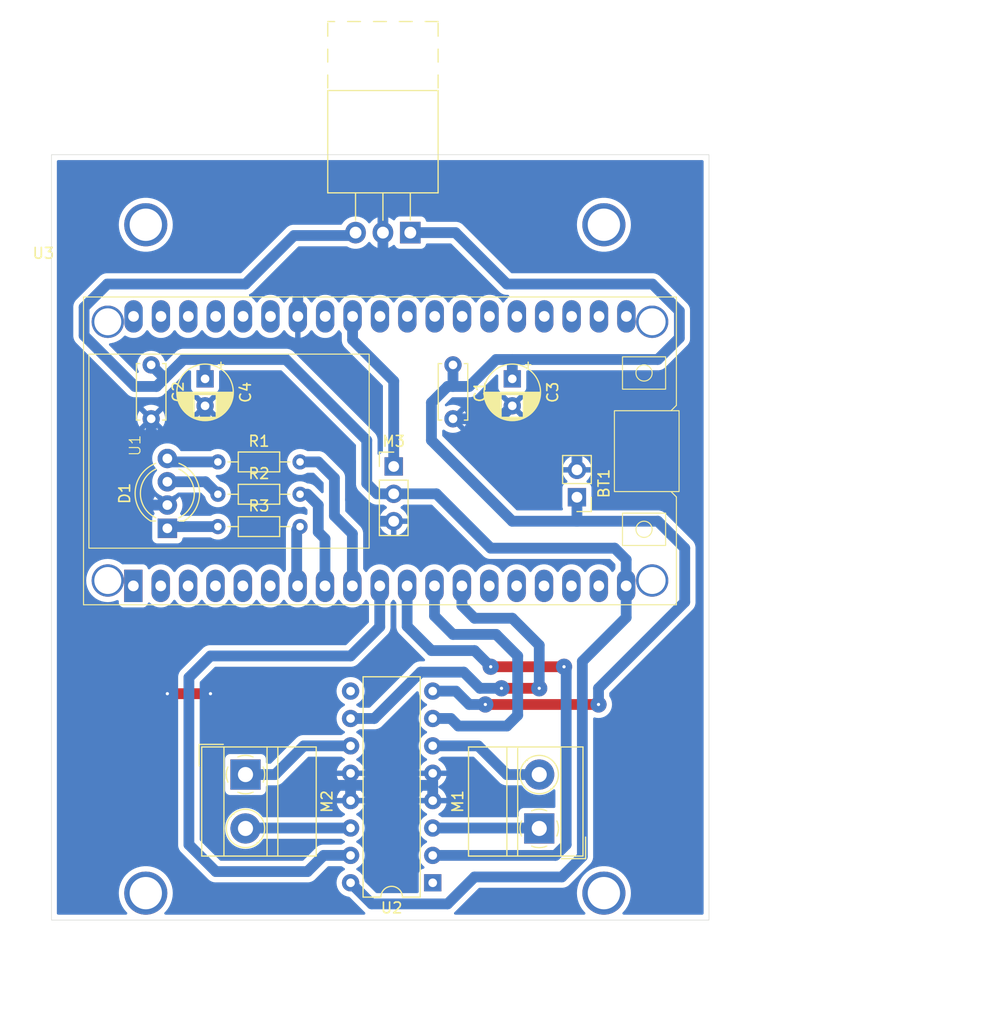
<source format=kicad_pcb>
(kicad_pcb (version 20240108) (generator "pcbnew") (generator_version "8.0")
  (layers (0 "F.Cu" signal) (31 "B.Cu" signal) (34 "B.Paste" user) (35 "F.Paste" user) (36 "B.SilkS" user "B.Silkscreen") (37 "F.SilkS" user "F.Silkscreen") (38 "B.Mask" user) (39 "F.Mask" user) (44 "Edge.Cuts" user))
  (net 0 "")
  (net 1 "+12V")
  (net 2 "GNDREF")
  (net 3 "+5V")
  (net 4 "Net-(M1-+)")
  (net 5 "Net-(M1--)")
  (net 6 "Net-(M2--)")
  (net 7 "Net-(M2-+)")
  (net 8 "Net-(D1-BA)")
  (net 21 "M2_1")
  (net 22 "Net-(D1-GA)")
  (net 23 "Net-(D1-RA)")
  (net 27 "Net-(M3-PWM)")
  (net 31 "M2_2")
  (net 38 "M1_2")
  (net 39 "M1_1")
  (net 46 "Net-(U1-G25)")
  (net 47 "Net-(R2-Pad2)")
  (net 48 "Net-(U1-G32)")
  (footprint "Resistor_THT:R_Axial_DIN0204_L3.6mm_D1.6mm_P7.62mm_Horizontal" (layer "F.Cu") (at 143.69 99)
    (property "Reference" "R1" (at 3.81 -1.92 360) (layer "F.SilkS"))
    (property "Value" "220")
    (pad "1" thru_hole circle (at 0 0) (size 1.4 1.4) (drill 0.7) (layers "*.Cu" "*.Mask") (net 8 "Net-(D1-BA)"))
    (pad "2" thru_hole oval (at 7.62 0) (size 1.4 1.4) (drill 0.7) (layers "*.Cu" "*.Mask") (net 46 "Net-(U1-G25)"))
  )
  (footprint "Package_DIP:DIP-16_W7.62mm" (layer "F.Cu") (at 163.62 138.04 180)
    (property "Reference" "U2" (at 3.81 -2.33 360) (layer "F.SilkS"))
    (property "Value" "L293D")
    (pad "1" thru_hole rect (at 0 0 180) (size 1.6 1.6) (drill 0.8) (layers "*.Cu" "*.Mask"))
    (pad "2" thru_hole oval (at 0 2.54 180) (size 1.6 1.6) (drill 0.8) (layers "*.Cu" "*.Mask") (net 39 "M1_1"))
    (pad "3" thru_hole oval (at 0 5.08 180) (size 1.6 1.6) (drill 0.8) (layers "*.Cu" "*.Mask") (net 4 "Net-(M1-+)"))
    (pad "4" thru_hole oval (at 0 7.62 180) (size 1.6 1.6) (drill 0.8) (layers "*.Cu" "*.Mask") (net 2 "GNDREF"))
    (pad "5" thru_hole oval (at 0 10.16 180) (size 1.6 1.6) (drill 0.8) (layers "*.Cu" "*.Mask") (net 2 "GNDREF"))
    (pad "6" thru_hole oval (at 0 12.7 180) (size 1.6 1.6) (drill 0.8) (layers "*.Cu" "*.Mask") (net 5 "Net-(M1--)"))
    (pad "7" thru_hole oval (at 0 15.24 180) (size 1.6 1.6) (drill 0.8) (layers "*.Cu" "*.Mask") (net 38 "M1_2"))
    (pad "8" thru_hole oval (at 0 17.78 180) (size 1.6 1.6) (drill 0.8) (layers "*.Cu" "*.Mask") (net 1 "+12V"))
    (pad "9" thru_hole oval (at 7.62 17.78 180) (size 1.6 1.6) (drill 0.8) (layers "*.Cu" "*.Mask"))
    (pad "10" thru_hole oval (at 7.62 15.24 180) (size 1.6 1.6) (drill 0.8) (layers "*.Cu" "*.Mask") (net 21 "M2_1"))
    (pad "11" thru_hole oval (at 7.62 12.7 180) (size 1.6 1.6) (drill 0.8) (layers "*.Cu" "*.Mask") (net 7 "Net-(M2-+)"))
    (pad "12" thru_hole oval (at 7.62 10.16 180) (size 1.6 1.6) (drill 0.8) (layers "*.Cu" "*.Mask") (net 2 "GNDREF"))
    (pad "13" thru_hole oval (at 7.62 7.62 180) (size 1.6 1.6) (drill 0.8) (layers "*.Cu" "*.Mask") (net 2 "GNDREF"))
    (pad "14" thru_hole oval (at 7.62 5.08 180) (size 1.6 1.6) (drill 0.8) (layers "*.Cu" "*.Mask") (net 6 "Net-(M2--)"))
    (pad "15" thru_hole oval (at 7.62 2.54 180) (size 1.6 1.6) (drill 0.8) (layers "*.Cu" "*.Mask") (net 31 "M2_2"))
    (pad "16" thru_hole oval (at 7.62 0 180) (size 1.6 1.6) (drill 0.8) (layers "*.Cu" "*.Mask") (net 3 "+5V"))
  )
  (footprint "Package_TO_SOT_THT:TO-220-3_Horizontal_TabUp" (layer "F.Cu") (at 161.54 77.73 180)
    (property "Reference" "U3" (at 34.04 -1.92 360) (layer "F.SilkS"))
    (property "Value" "L7805")
    (pad "" np_thru_hole oval (at 2.54 16.66 180) (size 3.5 3.5) (drill 3.5) (layers "*.Cu" "*.Mask"))
    (pad "1" thru_hole rect (at 0 0 180) (size 1.905 2) (drill 1.1) (layers "*.Cu" "*.Mask") (net 1 "+12V"))
    (pad "2" thru_hole oval (at 2.54 0 180) (size 1.905 2) (drill 1.1) (layers "*.Cu" "*.Mask") (net 2 "GNDREF"))
    (pad "3" thru_hole oval (at 5.08 0 180) (size 1.905 2) (drill 1.1) (layers "*.Cu" "*.Mask") (net 3 "+5V"))
  )
  (footprint "Capacitor_THT:CP_Radial_D5.0mm_P2.50mm" (layer "F.Cu") (at 171 91.294888 -90)
    (property "Reference" "C3" (at 1.25 -3.75 90) (layer "F.SilkS"))
    (property "Value" "100uf")
    (pad "1" thru_hole rect (at 0 0 270) (size 1.6 1.6) (drill 0.8) (layers "*.Cu" "*.Mask") (net 1 "+12V"))
    (pad "2" thru_hole circle (at 2.5 0 270) (size 1.6 1.6) (drill 0.8) (layers "*.Cu" "*.Mask") (net 2 "GNDREF"))
  )
  (footprint "LED_THT:LED_D5.0mm-4_RGB_Wide_Pins" (layer "F.Cu") (at 139 105.159 90)
    (property "Reference" "D1" (at 3.2385 -3.96 90) (layer "F.SilkS"))
    (property "Value" "LED_KRGB")
    (pad "1" thru_hole rect (at 0 0 90) (size 1.8 1.8) (drill 0.9) (layers "*.Cu" "*.Mask") (net 23 "Net-(D1-RA)"))
    (pad "2" thru_hole circle (at 2.159 0 90) (size 1.8 1.8) (drill 0.9) (layers "*.Cu" "*.Mask") (net 2 "GNDREF"))
    (pad "3" thru_hole circle (at 4.318 0 90) (size 1.8 1.8) (drill 0.9) (layers "*.Cu" "*.Mask") (net 22 "Net-(D1-GA)"))
    (pad "4" thru_hole circle (at 6.477 0 90) (size 1.8 1.8) (drill 0.9) (layers "*.Cu" "*.Mask") (net 8 "Net-(D1-BA)"))
  )
  (footprint "Resistor_THT:R_Axial_DIN0204_L3.6mm_D1.6mm_P7.62mm_Horizontal" (layer "F.Cu") (at 143.69 102)
    (property "Reference" "R2" (at 3.81 -1.92 360) (layer "F.SilkS"))
    (property "Value" "220")
    (pad "1" thru_hole circle (at 0 0) (size 1.4 1.4) (drill 0.7) (layers "*.Cu" "*.Mask") (net 22 "Net-(D1-GA)"))
    (pad "2" thru_hole oval (at 7.62 0) (size 1.4 1.4) (drill 0.7) (layers "*.Cu" "*.Mask") (net 47 "Net-(R2-Pad2)"))
  )
  (footprint "Connector_PinHeader_2.54mm:PinHeader_1x02_P2.54mm_Vertical" (layer "F.Cu") (at 177 102.275 180)
    (property "Reference" "BT1" (at -2.5 1.275 90) (layer "F.SilkS"))
    (property "Value" "Battery")
    (pad "1" thru_hole rect (at 0 0 180) (size 1.7 1.7) (drill 1) (layers "*.Cu" "*.Mask") (net 1 "+12V"))
    (pad "2" thru_hole oval (at 0 2.54 180) (size 1.7 1.7) (drill 1) (layers "*.Cu" "*.Mask") (net 2 "GNDREF"))
  )
  (footprint "TerminalBlock_MetzConnect:TerminalBlock_MetzConnect_Type011_RT05502HBWC_1x02_P5.00mm_Horizontal" (layer "F.Cu") (at 173.5 133 90)
    (property "Reference" "M1" (at 2.5 -7.56 90) (layer "F.SilkS"))
    (property "Value" "Motor_Derecho")
    (pad "1" thru_hole rect (at 0 0 90) (size 2.8 2.8) (drill 1.4) (layers "*.Cu" "*.Mask") (net 4 "Net-(M1-+)"))
    (pad "2" thru_hole circle (at 5 0 90) (size 2.8 2.8) (drill 1.4) (layers "*.Cu" "*.Mask") (net 5 "Net-(M1--)"))
  )
  (footprint "Capacitor_THT:C_Disc_D5.0mm_W2.5mm_P5.00mm" (layer "F.Cu") (at 137.5 90 -90)
    (property "Reference" "C2" (at 2.5 -2.5 90) (layer "F.SilkS"))
    (property "Value" "100nf")
    (pad "1" thru_hole circle (at 0 0 270) (size 1.6 1.6) (drill 0.8) (layers "*.Cu" "*.Mask") (net 3 "+5V"))
    (pad "2" thru_hole circle (at 5 0 270) (size 1.6 1.6) (drill 0.8) (layers "*.Cu" "*.Mask") (net 2 "GNDREF"))
  )
  (footprint "Capacitor_THT:C_Disc_D5.0mm_W2.5mm_P5.00mm" (layer "F.Cu") (at 165.5 90 -90)
    (property "Reference" "C1" (at 2.5 -2.5 90) (layer "F.SilkS"))
    (property "Value" "100nf")
    (pad "1" thru_hole circle (at 0 0 270) (size 1.6 1.6) (drill 0.8) (layers "*.Cu" "*.Mask") (net 1 "+12V"))
    (pad "2" thru_hole circle (at 5 0 270) (size 1.6 1.6) (drill 0.8) (layers "*.Cu" "*.Mask") (net 2 "GNDREF"))
  )
  (footprint "Capacitor_THT:CP_Radial_D5.0mm_P2.50mm" (layer "F.Cu") (at 142.5 91.294888 -90)
    (property "Reference" "C4" (at 1.25 -3.75 90) (layer "F.SilkS"))
    (property "Value" "100uf")
    (pad "1" thru_hole rect (at 0 0 270) (size 1.6 1.6) (drill 0.8) (layers "*.Cu" "*.Mask") (net 3 "+5V"))
    (pad "2" thru_hole circle (at 2.5 0 270) (size 1.6 1.6) (drill 0.8) (layers "*.Cu" "*.Mask") (net 2 "GNDREF"))
  )
  (footprint "Connector_PinHeader_2.54mm:PinHeader_1x03_P2.54mm_Vertical" (layer "F.Cu") (at 160 99.42)
    (property "Reference" "M3" (at 0 -2.33 360) (layer "F.SilkS"))
    (property "Value" "Motor_Servo")
    (pad "1" thru_hole rect (at 0 0) (size 1.7 1.7) (drill 1) (layers "*.Cu" "*.Mask") (net 27 "Net-(M3-PWM)"))
    (pad "2" thru_hole oval (at 0 2.54) (size 1.7 1.7) (drill 1) (layers "*.Cu" "*.Mask") (net 3 "+5V"))
    (pad "3" thru_hole oval (at 0 5.08) (size 1.7 1.7) (drill 1) (layers "*.Cu" "*.Mask") (net 2 "GNDREF"))
  )
  (footprint "Resistor_THT:R_Axial_DIN0204_L3.6mm_D1.6mm_P7.62mm_Horizontal" (layer "F.Cu") (at 143.69 105)
    (property "Reference" "R3" (at 3.81 -1.92 360) (layer "F.SilkS"))
    (property "Value" "220")
    (pad "1" thru_hole circle (at 0 0) (size 1.4 1.4) (drill 0.7) (layers "*.Cu" "*.Mask") (net 23 "Net-(D1-RA)"))
    (pad "2" thru_hole oval (at 7.62 0) (size 1.4 1.4) (drill 0.7) (layers "*.Cu" "*.Mask") (net 48 "Net-(U1-G32)"))
  )
  (footprint "TerminalBlock_MetzConnect:TerminalBlock_MetzConnect_Type011_RT05502HBWC_1x02_P5.00mm_Horizontal" (layer "F.Cu") (at 146.25 128 -90)
    (property "Reference" "M2" (at 2.5 -7.56 90) (layer "F.SilkS"))
    (property "Value" "Motor_Izquierdo")
    (pad "1" thru_hole rect (at 0 0 270) (size 2.8 2.8) (drill 1.4) (layers "*.Cu" "*.Mask") (net 7 "Net-(M2-+)"))
    (pad "2" thru_hole circle (at 5 0 270) (size 2.8 2.8) (drill 1.4) (layers "*.Cu" "*.Mask") (net 6 "Net-(M2--)"))
  )
  (footprint "Esp32:firebeetle" (layer "F.Cu") (at 123.725 97.5 90)
    (property "Reference" "U1" (at 0.025 12.275 90) (layer "F.SilkS") (effects (font (thickness 0.1))))
    (property "Value" "~")
    (pad "" thru_hole circle (at -12.5 9.75 270) (size 3 3) (drill 2.5) (layers "*.Cu" "*.Mask"))
    (pad "" thru_hole circle (at -12.5 60.25 270) (size 3 3) (drill 2.5) (layers "*.Cu" "*.Mask"))
    (pad "" thru_hole circle (at 11.5 9.75 270) (size 3 3) (drill 2.5) (layers "*.Cu" "*.Mask"))
    (pad "" thru_hole circle (at 11.5 60.25 270) (size 3 3) (drill 2.5) (layers "*.Cu" "*.Mask"))
    (pad "1" thru_hole rect (at -13 12.12 90) (size 3 1.7) (drill 1) (layers "*.Cu" "*.Mask"))
    (pad "2" thru_hole oval (at -13 14.66 90) (size 3 1.7) (drill 1) (layers "*.Cu" "*.Mask"))
    (pad "3" thru_hole oval (at -13 17.2 90) (size 3 1.7) (drill 1) (layers "*.Cu" "*.Mask"))
    (pad "4" thru_hole oval (at -13 19.74 90) (size 3 1.7) (drill 1) (layers "*.Cu" "*.Mask"))
    (pad "5" thru_hole oval (at -13 22.28 90) (size 3 1.7) (drill 1) (layers "*.Cu" "*.Mask"))
    (pad "6" thru_hole oval (at -13 24.82 90) (size 3 1.7) (drill 1) (layers "*.Cu" "*.Mask"))
    (pad "7" thru_hole oval (at -13 27.36 90) (size 3 1.7) (drill 1) (layers "*.Cu" "*.Mask") (net 48 "Net-(U1-G32)"))
    (pad "8" thru_hole oval (at -13 29.9 90) (size 3 1.7) (drill 1) (layers "*.Cu" "*.Mask") (net 47 "Net-(R2-Pad2)"))
    (pad "9" thru_hole oval (at -13 32.44 90) (size 3 1.7) (drill 1) (layers "*.Cu" "*.Mask") (net 46 "Net-(U1-G25)"))
    (pad "10" thru_hole oval (at -13 34.98 90) (size 3 1.7) (drill 1) (layers "*.Cu" "*.Mask") (net 31 "M2_2"))
    (pad "11" thru_hole oval (at -13 37.52 90) (size 3 1.7) (drill 1) (layers "*.Cu" "*.Mask") (net 39 "M1_1"))
    (pad "12" thru_hole oval (at -13 40.06 90) (size 3 1.7) (drill 1) (layers "*.Cu" "*.Mask") (net 38 "M1_2"))
    (pad "13" thru_hole oval (at -13 42.6 90) (size 3 1.7) (drill 1) (layers "*.Cu" "*.Mask") (net 21 "M2_1"))
    (pad "14" thru_hole oval (at -13 45.14 90) (size 3 1.7) (drill 1) (layers "*.Cu" "*.Mask"))
    (pad "15" thru_hole oval (at -13 47.68 90) (size 3 1.7) (drill 1) (layers "*.Cu" "*.Mask"))
    (pad "16" thru_hole oval (at -13 50.22 90) (size 3 1.7) (drill 1) (layers "*.Cu" "*.Mask"))
    (pad "17" thru_hole oval (at -13 52.76 90) (size 3 1.7) (drill 1) (layers "*.Cu" "*.Mask"))
    (pad "18" thru_hole oval (at -13 55.3 90) (size 3 1.7) (drill 1) (layers "*.Cu" "*.Mask"))
    (pad "19" thru_hole oval (at -13 57.84 90) (size 3 1.7) (drill 1) (layers "*.Cu" "*.Mask") (net 3 "+5V"))
    (pad "20" thru_hole oval (at 12 57.86 90) (size 3 1.7) (drill 1) (layers "*.Cu" "*.Mask"))
    (pad "21" thru_hole oval (at 12 55.32 90) (size 3 1.7) (drill 1) (layers "*.Cu" "*.Mask"))
    (pad "22" thru_hole oval (at 12 52.78 90) (size 3 1.7) (drill 1) (layers "*.Cu" "*.Mask"))
    (pad "23" thru_hole oval (at 12 50.24 90) (size 3 1.7) (drill 1) (layers "*.Cu" "*.Mask"))
    (pad "24" thru_hole oval (at 12 47.7 90) (size 3 1.7) (drill 1) (layers "*.Cu" "*.Mask"))
    (pad "25" thru_hole oval (at 12 45.16 90) (size 3 1.7) (drill 1) (layers "*.Cu" "*.Mask"))
    (pad "26" thru_hole oval (at 12 42.62 90) (size 3 1.7) (drill 1) (layers "*.Cu" "*.Mask"))
    (pad "27" thru_hole oval (at 12 40.08 90) (size 3 1.7) (drill 1) (layers "*.Cu" "*.Mask"))
    (pad "28" thru_hole oval (at 12 37.54 90) (size 3 1.7) (drill 1) (layers "*.Cu" "*.Mask"))
    (pad "29" thru_hole oval (at 12 35 90) (size 3 1.7) (drill 1) (layers "*.Cu" "*.Mask"))
    (pad "30" thru_hole oval (at 12 32.46 90) (size 3 1.7) (drill 1) (layers "*.Cu" "*.Mask") (net 27 "Net-(M3-PWM)"))
    (pad "31" thru_hole oval (at 12 29.92 90) (size 3 1.7) (drill 1) (layers "*.Cu" "*.Mask"))
    (pad "32" thru_hole oval (at 12 27.38 90) (size 3 1.7) (drill 1) (layers "*.Cu" "*.Mask") (net 2 "GNDREF"))
    (pad "33" thru_hole oval (at 12 24.84 90) (size 3 1.7) (drill 1) (layers "*.Cu" "*.Mask"))
    (pad "34" thru_hole oval (at 12 22.3 90) (size 3 1.7) (drill 1) (layers "*.Cu" "*.Mask"))
    (pad "35" thru_hole oval (at 12 19.76 90) (size 3 1.7) (drill 1) (layers "*.Cu" "*.Mask"))
    (pad "36" thru_hole oval (at 12 17.22 90) (size 3 1.7) (drill 1) (layers "*.Cu" "*.Mask"))
    (pad "37" thru_hole oval (at 12 14.68 90) (size 3 1.7) (drill 1) (layers "*.Cu" "*.Mask"))
    (pad "38" thru_hole oval (at 12 12.14 90) (size 3 1.7) (drill 1) (layers "*.Cu" "*.Mask"))
  )
  (gr_rect (start 128.25 70.5) (end 189.25 141.5) (stroke (width 0.05)) (fill none) (layer "Edge.Cuts"))
  (via (at 179.5 77) (size 4) (drill 3) (layers "F.Cu" "B.Cu") (net 0))
  (via (at 179.5 139) (size 4) (drill 3) (layers "F.Cu" "B.Cu") (net 0))
  (via (at 137 77) (size 4) (drill 3) (layers "F.Cu" "B.Cu") (net 0))
  (via (at 137 139) (size 4) (drill 3) (layers "F.Cu" "B.Cu") (net 0))
  (segment (start 179 121.5) (end 168.5 121.5) (width 1) (layer "F.Cu") (net 1))
  (via (at 168.5 121.5) (size 1.5) (drill 0.3) (layers "F.Cu" "B.Cu") (net 1))
  (via (at 179 121.5) (size 1.5) (drill 0.3) (layers "F.Cu" "B.Cu") (net 1))
  (segment (start 177 102.275) (end 177 104.5) (width 1) (layer "B.Cu") (net 1))
  (segment (start 184.5 104.5) (end 177 104.5) (width 1) (layer "B.Cu") (net 1))
  (segment (start 165.76 120.26) (end 163.62 120.26) (width 1) (layer "B.Cu") (net 1))
  (segment (start 169.5 89.5) (end 171 89.5) (width 1) (layer "B.Cu") (net 1))
  (segment (start 187 112) (end 187 107) (width 1) (layer "B.Cu") (net 1))
  (segment (start 165.73 77.73) (end 161.54 77.73) (width 1) (layer "B.Cu") (net 1))
  (segment (start 184 82.5) (end 170.5 82.5) (width 1) (layer "B.Cu") (net 1))
  (segment (start 187 107) (end 184.5 104.5) (width 1) (layer "B.Cu") (net 1))
  (segment (start 171 104.5) (end 163.5 97) (width 1) (layer "B.Cu") (net 1))
  (segment (start 184.5 89.5) (end 186.5 87.5) (width 1) (layer "B.Cu") (net 1))
  (segment (start 167 121.5) (end 165.76 120.26) (width 1) (layer "B.Cu") (net 1))
  (segment (start 186.5 87.5) (end 186.5 85) (width 1) (layer "B.Cu") (net 1))
  (segment (start 177 104.5) (end 171 104.5) (width 1) (layer "B.Cu") (net 1))
  (segment (start 171 91.294888) (end 171 89.5) (width 1) (layer "B.Cu") (net 1))
  (segment (start 170.5 82.5) (end 165.73 77.73) (width 1) (layer "B.Cu") (net 1))
  (segment (start 163.5 93.5) (end 165 92) (width 1) (layer "B.Cu") (net 1))
  (segment (start 165.5 90) (end 165.5 92) (width 1) (layer "B.Cu") (net 1))
  (segment (start 179 120) (end 187 112) (width 1) (layer "B.Cu") (net 1))
  (segment (start 168.5 121.5) (end 167 121.5) (width 1) (layer "B.Cu") (net 1))
  (segment (start 167 92) (end 169.5 89.5) (width 1) (layer "B.Cu") (net 1))
  (segment (start 171 89.5) (end 184.5 89.5) (width 1) (layer "B.Cu") (net 1))
  (segment (start 163.5 97) (end 163.5 93.5) (width 1) (layer "B.Cu") (net 1))
  (segment (start 179 121.5) (end 179 120) (width 1) (layer "B.Cu") (net 1))
  (segment (start 165 92) (end 167 92) (width 1) (layer "B.Cu") (net 1))
  (segment (start 171 91.294888) (end 171.205112 91.5) (width 1) (layer "B.Cu") (net 1))
  (segment (start 186.5 85) (end 184 82.5) (width 1) (layer "B.Cu") (net 1))
  (segment (start 143 120.5) (end 139 120.5) (width 1) (layer "F.Cu") (net 2))
  (via (at 139 120.5) (size 1.5) (drill 0.3) (layers "F.Cu" "B.Cu") (net 2))
  (via (at 143 120.5) (size 1.5) (drill 0.3) (layers "F.Cu" "B.Cu") (net 2))
  (segment (start 144 130.5) (end 152 130.5) (width 1) (layer "B.Cu") (net 2))
  (segment (start 142.5 96.5) (end 137.5 96.5) (width 1) (layer "B.Cu") (net 2))
  (segment (start 163.62 130.42) (end 163.62 129) (width 1) (layer "B.Cu") (net 2))
  (segment (start 172.5 98) (end 169.794888 95.294888) (width 1) (layer "B.Cu") (net 2))
  (segment (start 156 129) (end 156 127.88) (width 1) (layer "B.Cu") (net 2))
  (segment (start 137 120.5) (end 129.5 113) (width 1) (layer "B.Cu") (net 2))
  (segment (start 133 80.5) (end 142.5 80.5) (width 1) (layer "B.Cu") (net 2))
  (segment (start 158 104.5) (end 156 102.5) (width 1) (layer "B.Cu") (net 2))
  (segment (start 137.5 95) (end 137.5 96.5) (width 1) (layer "B.Cu") (net 2))
  (segment (start 186.5 80.5) (end 188 82) (width 1) (layer "B.Cu") (net 2))
  (segment (start 153.5 96.5) (end 142.5 96.5) (width 1) (layer "B.Cu") (net 2))
  (segment (start 139 120.5) (end 137 120.5) (width 1) (layer "B.Cu") (net 2))
  (segment (start 139 103) (end 129.5 103) (width 1) (layer "B.Cu") (net 2))
  (segment (start 156 102.5) (end 156 99) (width 1) (layer "B.Cu") (net 2))
  (segment (start 177 99.735) (end 177 98) (width 1) (layer "B.Cu") (net 2))
  (segment (start 151.105 82) (end 151.105 85.5) (width 1) (layer "B.Cu") (net 2))
  (segment (start 153.5 129) (end 156 129) (width 1) (layer "B.Cu") (net 2))
  (segment (start 169.794888 95.294888) (end 169.794888 95) (width 1) (layer "B.Cu") (net 2))
  (segment (start 165.5 95) (end 169.794888 95) (width 1) (layer "B.Cu") (net 2))
  (segment (start 160 104.5) (end 158 104.5) (width 1) (layer "B.Cu") (net 2))
  (segment (start 188 91.875) (end 181.875 98) (width 1) (layer "B.Cu") (net 2))
  (segment (start 159 82) (end 151.105 82) (width 1) (layer "B.Cu") (net 2))
  (segment (start 177 98) (end 172.5 98) (width 1) (layer "B.Cu") (net 2))
  (segment (start 142.5 93.794888) (end 142.5 96.5) (width 1) (layer "B.Cu") (net 2))
  (segment (start 129.5 113) (end 129.5 84) (width 1) (layer "B.Cu") (net 2))
  (segment (start 156 130.42) (end 156 129) (width 1) (layer "B.Cu") (net 2))
  (segment (start 152 130.5) (end 153.5 129) (width 1) (layer "B.Cu") (net 2))
  (segment (start 147.5 75.5) (end 168 75.5) (width 1) (layer "B.Cu") (net 2))
  (segment (start 137.5 96.5) (end 129.5 96.5) (width 1) (layer "B.Cu") (net 2))
  (segment (start 163.62 129) (end 163.62 127.88) (width 1) (layer "B.Cu") (net 2))
  (segment (start 156 129) (end 163.62 129) (width 1) (layer "B.Cu") (net 2))
  (segment (start 129.5 84) (end 133 80.5) (width 1) (layer "B.Cu") (net 2))
  (segment (start 156 99) (end 153.5 96.5) (width 1) (layer "B.Cu") (net 2))
  (segment (start 143 120.5) (end 143 129.5) (width 1) (layer "B.Cu") (net 2))
  (segment (start 143 129.5) (end 144 130.5) (width 1) (layer "B.Cu") (net 2))
  (segment (start 169.794888 95) (end 171 93.794888) (width 1) (layer "B.Cu") (net 2))
  (segment (start 188 82) (end 188 91.875) (width 1) (layer "B.Cu") (net 2))
  (segment (start 181.875 98) (end 177 98) (width 1) (layer "B.Cu") (net 2))
  (segment (start 168 75.5) (end 173 80.5) (width 1) (layer "B.Cu") (net 2))
  (segment (start 173 80.5) (end 186.5 80.5) (width 1) (layer "B.Cu") (net 2))
  (segment (start 159 76) (end 159 82) (width 1) (layer "B.Cu") (net 2))
  (segment (start 142.5 80.5) (end 147.5 75.5) (width 1) (layer "B.Cu") (net 2))
  (segment (start 175.598528 137.5) (end 177.5 135.598528) (width 1) (layer "B.Cu") (net 3))
  (segment (start 181.565 113.435) (end 181.565 110.5) (width 1) (layer "B.Cu") (net 3))
  (segment (start 157.5 101) (end 158.46 101.96) (width 1) (layer "B.Cu") (net 3))
  (segment (start 181.565 108.065) (end 181.565 110.5) (width 1) (layer "B.Cu") (net 3))
  (segment (start 138.75 91.25) (end 140.5 89.5) (width 1) (layer "B.Cu") (net 3))
  (segment (start 133.431865 82.5) (end 131.275 84.656865) (width 1) (layer "B.Cu") (net 3))
  (segment (start 138 92) (end 138.75 91.25) (width 1) (layer "B.Cu") (net 3))
  (segment (start 150.75 78) (end 146.25 82.5) (width 1) (layer "B.Cu") (net 3))
  (segment (start 150 89.5) (end 157.5 97) (width 1) (layer "B.Cu") (net 3))
  (segment (start 156.19 78) (end 150.75 78) (width 1) (layer "B.Cu") (net 3))
  (segment (start 157.96 140) (end 165 140) (width 1) (layer "B.Cu") (net 3))
  (segment (start 156.46 77.73) (end 156.19 78) (width 1) (layer "B.Cu") (net 3))
  (segment (start 131.275 87.275) (end 136 92) (width 1) (layer "B.Cu") (net 3))
  (segment (start 137.5 90) (end 138.75 91.25) (width 1) (layer "B.Cu") (net 3))
  (segment (start 146.25 82.5) (end 133.431865 82.5) (width 1) (layer "B.Cu") (net 3))
  (segment (start 131.275 84.656865) (end 131.275 87.275) (width 1) (layer "B.Cu") (net 3))
  (segment (start 136 92) (end 138 92) (width 1) (layer "B.Cu") (net 3))
  (segment (start 157.5 97) (end 157.5 101) (width 1) (layer "B.Cu") (net 3))
  (segment (start 140.5 89.5) (end 142.5 89.5) (width 1) (layer "B.Cu") (net 3))
  (segment (start 167.5 137.5) (end 175.598528 137.5) (width 1) (layer "B.Cu") (net 3))
  (segment (start 169 107) (end 180.5 107) (width 1) (layer "B.Cu") (net 3))
  (segment (start 180.5 107) (end 181.565 108.065) (width 1) (layer "B.Cu") (net 3))
  (segment (start 163.96 101.96) (end 169 107) (width 1) (layer "B.Cu") (net 3))
  (segment (start 142.5 89.5) (end 150 89.5) (width 1) (layer "B.Cu") (net 3))
  (segment (start 177.5 117.5) (end 181.565 113.435) (width 1) (layer "B.Cu") (net 3))
  (segment (start 165 140) (end 167.5 137.5) (width 1) (layer "B.Cu") (net 3))
  (segment (start 177.5 135.598528) (end 177.5 117.5) (width 1) (layer "B.Cu") (net 3))
  (segment (start 156 138.04) (end 157.96 140) (width 1) (layer "B.Cu") (net 3))
  (segment (start 158.46 101.96) (end 163.96 101.96) (width 1) (layer "B.Cu") (net 3))
  (segment (start 142.5 91.294888) (end 142.5 89.5) (width 1) (layer "B.Cu") (net 3))
  (segment (start 173.46 132.96) (end 163.62 132.96) (width 1) (layer "B.Cu") (net 4))
  (segment (start 173.5 133) (end 173.46 132.96) (width 1) (layer "B.Cu") (net 4))
  (segment (start 167.84 125.34) (end 170.5 128) (width 1) (layer "B.Cu") (net 5))
  (segment (start 163.62 125.34) (end 167.84 125.34) (width 1) (layer "B.Cu") (net 5))
  (segment (start 170.5 128) (end 173.5 128) (width 1) (layer "B.Cu") (net 5))
  (segment (start 146.71 132.96) (end 156 132.96) (width 1) (layer "B.Cu") (net 6))
  (segment (start 151.66 125.34) (end 156 125.34) (width 1) (layer "B.Cu") (net 7))
  (segment (start 149 128) (end 151.66 125.34) (width 1) (layer "B.Cu") (net 7))
  (segment (start 146.75 128) (end 149 128) (width 1) (layer "B.Cu") (net 7))
  (segment (start 143.69 99) (end 139.318 99) (width 1) (layer "B.Cu") (net 8))
  (segment (start 139.318 99) (end 139 98.682) (width 1) (layer "B.Cu") (net 8))
  (segment (start 173.5 120) (end 170 120) (width 1) (layer "F.Cu") (net 21))
  (via (at 173.5 120) (size 1.5) (drill 0.3) (layers "F.Cu" "B.Cu") (net 21))
  (via (at 170 120) (size 1.5) (drill 0.3) (layers "F.Cu" "B.Cu") (net 21))
  (segment (start 170 120) (end 168 120) (width 1) (layer "B.Cu") (net 21))
  (segment (start 158.2 122.8) (end 156 122.8) (width 1) (layer "B.Cu") (net 21))
  (segment (start 166.325 112.325) (end 166.325 110.5) (width 1) (layer "B.Cu") (net 21))
  (segment (start 173.5 116) (end 171 113.5) (width 1) (layer "B.Cu") (net 21))
  (segment (start 173.5 120) (end 173.5 116) (width 1) (layer "B.Cu") (net 21))
  (segment (start 171 113.5) (end 167.5 113.5) (width 1) (layer "B.Cu") (net 21))
  (segment (start 168 120) (end 166.5 118.5) (width 1) (layer "B.Cu") (net 21))
  (segment (start 162.5 118.5) (end 158.2 122.8) (width 1) (layer "B.Cu") (net 21))
  (segment (start 166.5 118.5) (end 162.5 118.5) (width 1) (layer "B.Cu") (net 21))
  (segment (start 167.5 113.5) (end 166.325 112.325) (width 1) (layer "B.Cu") (net 21))
  (segment (start 143.69 102) (end 142.531 100.841) (width 1) (layer "B.Cu") (net 22))
  (segment (start 142.531 100.841) (end 139 100.841) (width 1) (layer "B.Cu") (net 22))
  (segment (start 143.69 105) (end 139.159 105) (width 1) (layer "B.Cu") (net 23))
  (segment (start 139.159 105) (end 139 105.159) (width 1) (layer "B.Cu") (net 23))
  (segment (start 156.185 87.685) (end 156.185 85.5) (width 1) (layer "B.Cu") (net 27))
  (segment (start 160 99.42) (end 160 91.5) (width 1) (layer "B.Cu") (net 27))
  (segment (start 160 91.5) (end 156.185 87.685) (width 1) (layer "B.Cu") (net 27))
  (segment (start 141 119) (end 143 117) (width 1) (layer "B.Cu") (net 31))
  (segment (start 143.5 137) (end 141 134.5) (width 1) (layer "B.Cu") (net 31))
  (segment (start 153.5 135.5) (end 152 137) (width 1) (layer "B.Cu") (net 31))
  (segment (start 156 117) (end 158.705 114.295) (width 1) (layer "B.Cu") (net 31))
  (segment (start 143 117) (end 156 117) (width 1) (layer "B.Cu") (net 31))
  (segment (start 156 135.5) (end 153.5 135.5) (width 1) (layer "B.Cu") (net 31))
  (segment (start 141 134.5) (end 141 119) (width 1) (layer "B.Cu") (net 31))
  (segment (start 152 137) (end 143.5 137) (width 1) (layer "B.Cu") (net 31))
  (segment (start 158.705 114.295) (end 158.705 110.5) (width 1) (layer "B.Cu") (net 31))
  (segment (start 165.5 115) (end 163.785 113.285) (width 1) (layer "B.Cu") (net 38))
  (segment (start 163.62 122.8) (end 165.3 122.8) (width 1) (layer "B.Cu") (net 38))
  (segment (start 163.785 113.285) (end 163.785 110.5) (width 1) (layer "B.Cu") (net 38))
  (segment (start 166 123.5) (end 170.5 123.5) (width 1) (layer "B.Cu") (net 38))
  (segment (start 165.3 122.8) (end 166 123.5) (width 1) (layer "B.Cu") (net 38))
  (segment (start 170.5 123.5) (end 171.5 122.5) (width 1) (layer "B.Cu") (net 38))
  (segment (start 171.5 122.5) (end 171.5 117) (width 1) (layer "B.Cu") (net 38))
  (segment (start 171.5 117) (end 169.5 115) (width 1) (layer "B.Cu") (net 38))
  (segment (start 169.5 115) (end 165.5 115) (width 1) (layer "B.Cu") (net 38))
  (segment (start 175.8 118) (end 169 118) (width 1) (layer "F.Cu") (net 39))
  (via (at 175.8 118) (size 1.5) (drill 0.3) (layers "F.Cu" "B.Cu") (net 39))
  (via (at 169 118) (size 1.5) (drill 0.3) (layers "F.Cu" "B.Cu") (net 39))
  (segment (start 163.5 116.5) (end 161.245 114.245) (width 1) (layer "B.Cu") (net 39))
  (segment (start 167.5 116.5) (end 163.5 116.5) (width 1) (layer "B.Cu") (net 39))
  (segment (start 161.245 114.245) (end 161.245 110.5) (width 1) (layer "B.Cu") (net 39))
  (segment (start 176 118.2) (end 176 134.5) (width 1) (layer "B.Cu") (net 39))
  (segment (start 176 134.5) (end 175 135.5) (width 1) (layer "B.Cu") (net 39))
  (segment (start 175.8 118) (end 176 118.2) (width 1) (layer "B.Cu") (net 39))
  (segment (start 169 118) (end 167.5 116.5) (width 1) (layer "B.Cu") (net 39))
  (segment (start 175 135.5) (end 163.62 135.5) (width 1) (layer "B.Cu") (net 39))
  (segment (start 154.5 104) (end 156.165 105.665) (width 1) (layer "B.Cu") (net 46))
  (segment (start 156.165 105.665) (end 156.165 110.5) (width 1) (layer "B.Cu") (net 46))
  (segment (start 151.31 99) (end 153 99) (width 1) (layer "B.Cu") (net 46))
  (segment (start 154.5 100.5) (end 154.5 104) (width 1) (layer "B.Cu") (net 46))
  (segment (start 153 99) (end 154.5 100.5) (width 1) (layer "B.Cu") (net 46))
  (segment (start 153 103) (end 153 105.5) (width 1) (layer "B.Cu") (net 47))
  (segment (start 151.31 102) (end 152 102) (width 1) (layer "B.Cu") (net 47))
  (segment (start 153.625 106.125) (end 153.625 110.5) (width 1) (layer "B.Cu") (net 47))
  (segment (start 153 105.5) (end 153.625 106.125) (width 1) (layer "B.Cu") (net 47))
  (segment (start 152 102) (end 153 103) (width 1) (layer "B.Cu") (net 47))
  (segment (start 151.31 105) (end 151 105.31) (width 1) (layer "B.Cu") (net 48))
  (segment (start 151 110.415) (end 151.085 110.5) (width 1) (layer "B.Cu") (net 48))
  (segment (start 151 105.31) (end 151 110.415) (width 1) (layer "B.Cu") (net 48))
  (zone (net 2) (net_name "GNDREF") (layer "B.Cu") (connect_pads (clearance 0.5)) (min_thickness 0.25) (fill yes (thermal_gap 0.5) (thermal_bridge_width 0.5))
    (polygon (pts (xy 124.5 67) (xy 124.5 144.5) (xy 193 144) (xy 191.5 67)))
  )
)
</source>
